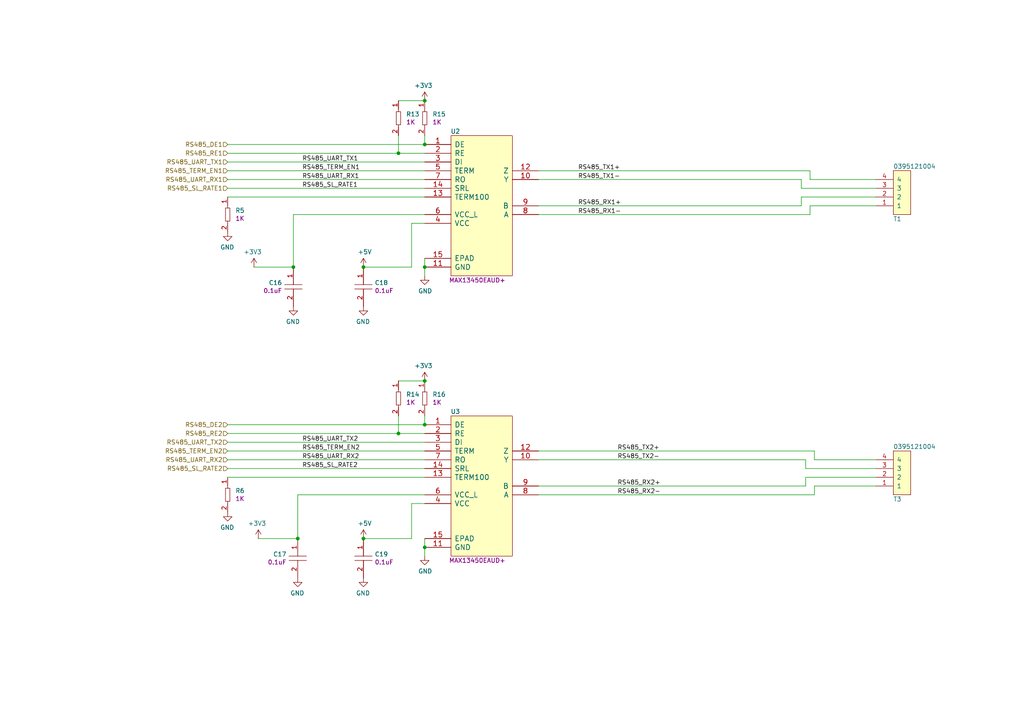
<source format=kicad_sch>
(kicad_sch (version 20231120) (generator "eeschema") (generator_version "8.0")
  (paper "A4")
  (lib_symbols
    (symbol "AVR-KiCAD-Lib-Capacitors:C0402C104K9PACTU" (pin_names (offset 1.016))
      (property "Reference" "C" (at -2.54 2.54 0))
      (property "_Value_" "0.1uF" (at 58.42 63.5 0))
      (symbol "C0402C104K9PACTU_1_1"
        (polyline (pts (xy 0 2.54) (xy 0 -2.54)))
        (polyline (pts (xy 1.27 2.54) (xy 1.27 -2.54)))
        (pin input line (at -5.08 0 0) (length 5.08) (name "~") (number "1"))
        (pin input line (at 6.35 0 180) (length 5.08) (name "~") (number "2"))
      )
    )
    (symbol "AVR-KiCAD-Lib-Capacitors:CGA3E2X7R1H104K080AA" (pin_names (offset 1.016))
      (property "Reference" "C" (at -2.54 2.54 0))
      (property "_Value_" "0.1uF" (at 58.42 63.5 0))
      (symbol "CGA3E2X7R1H104K080AA_1_1"
        (polyline (pts (xy 0 2.54) (xy 0 -2.54)))
        (polyline (pts (xy 1.27 2.54) (xy 1.27 -2.54)))
        (pin input line (at -5.08 0 0) (length 5.08) (name "~") (number "1"))
        (pin input line (at 6.35 0 180) (length 5.08) (name "~") (number "2"))
      )
    )
    (symbol "AVR-KiCAD-Lib-Connectors:0395121004" (pin_names (offset 1.016))
      (property "Reference" "J" (at -2.54 2.54 0))
      (property "Value" "0395121004" (at 1.27 5.08 0))
      (symbol "0395121004_0_1"
        (rectangle (start 0 2.54) (end 5.08 -10.16) (fill (type background)))
      )
      (symbol "0395121004_1_1"
        (pin passive line (at -5.08 0 0) (length 5.08) (name "1") (number "1"))
        (pin passive line (at -5.08 -2.54 0) (length 5.08) (name "2") (number "2"))
        (pin passive line (at -5.08 -5.08 0) (length 5.08) (name "3") (number "3"))
        (pin passive line (at -5.08 -7.62 0) (length 5.08) (name "4") (number "4"))
      )
    )
    (symbol "AVR-KiCAD-Lib-ICs:MAX13450EAUD+" (pin_names (offset 1.016))
      (property "Reference" "U" (at 0 1.27 0))
      (property "_Value_" "MAX13450EAUD+" (at 7.62 -41.91 0))
      (symbol "MAX13450EAUD+_0_1"
        (rectangle (start 0 0) (end 17.78 -40.64) (fill (type background)))
      )
      (symbol "MAX13450EAUD+_1_1"
        (pin input line (at -7.62 -2.54 0) (length 7.62) (name "DE") (number "1"))
        (pin output line (at 25.4 -12.7 180) (length 7.62) (name "Y") (number "10"))
        (pin passive line (at -7.62 -38.1 0) (length 7.62) (name "GND") (number "11"))
        (pin output line (at 25.4 -10.16 180) (length 7.62) (name "Z") (number "12"))
        (pin input line (at -7.62 -17.78 0) (length 7.62) (name "TERM100") (number "13"))
        (pin input line (at -7.62 -15.24 0) (length 7.62) (name "SRL") (number "14"))
        (pin passive line (at -7.62 -35.56 0) (length 7.62) (name "EPAD") (number "15"))
        (pin input line (at -7.62 -5.08 0) (length 7.62) (name "RE") (number "2"))
        (pin input line (at -7.62 -7.62 0) (length 7.62) (name "DI") (number "3"))
        (pin power_in line (at -7.62 -25.4 0) (length 7.62) (name "VCC") (number "4"))
        (pin input line (at -7.62 -10.16 0) (length 7.62) (name "TERM") (number "5"))
        (pin power_in line (at -7.62 -22.86 0) (length 7.62) (name "VCC_L") (number "6"))
        (pin output line (at -7.62 -12.7 0) (length 7.62) (name "RO") (number "7"))
        (pin input line (at 25.4 -22.86 180) (length 7.62) (name "A") (number "8"))
        (pin input line (at 25.4 -20.32 180) (length 7.62) (name "B") (number "9"))
      )
    )
    (symbol "AVR-KiCAD-Lib-Resistors:RC0402FR-071KL" (pin_names (offset 1.016))
      (property "Reference" "R" (at -2.54 2.54 0))
      (property "Value" "RC0402FR-071KL" (at 1.27 5.08 0))
      (property "_Value_" "1K" (at 58.42 63.5 0))
      (symbol "RC0402FR-071KL_0_1"
        (rectangle (start -1.905 0.635) (end 1.905 -0.635))
        (polyline (pts (xy -2.54 0) (xy -1.905 0)))
        (polyline (pts (xy -1.905 0) (xy -1.905 0)))
        (polyline (pts (xy 1.905 0) (xy 1.905 0)))
        (polyline (pts (xy 2.54 0) (xy 1.905 0)))
      )
      (symbol "RC0402FR-071KL_1_1"
        (pin passive line (at -5.08 0 0) (length 2.5146) (name "~") (number "1"))
        (pin passive line (at 5.08 0 180) (length 2.5146) (name "~") (number "2"))
      )
    )
    (symbol "agricoltura-madre-rpi4-hat-rescue:+3V3-power" (power) (pin_names (offset 0))
      (property "Value" "power_+3V3" (at 0 3.556 0))
      (symbol "+3V3-power_0_1"
        (polyline (pts (xy -0.762 1.27) (xy 0 2.54)))
        (polyline (pts (xy 0 0) (xy 0 2.54)))
        (polyline (pts (xy 0 2.54) (xy 0.762 1.27)))
      )
      (symbol "+3V3-power_1_1"
        (pin power_in line (at 0 0 90) (length 0) hide (name "+3V3") (number "1"))
      )
    )
    (symbol "agricoltura-madre-rpi4-hat-rescue:+5V-power" (power) (pin_names (offset 0))
      (property "Value" "power_+5V" (at 0 3.556 0))
      (symbol "+5V-power_0_1"
        (polyline (pts (xy -0.762 1.27) (xy 0 2.54)))
        (polyline (pts (xy 0 0) (xy 0 2.54)))
        (polyline (pts (xy 0 2.54) (xy 0.762 1.27)))
      )
      (symbol "+5V-power_1_1"
        (pin power_in line (at 0 0 90) (length 0) hide (name "+5V") (number "1"))
      )
    )
    (symbol "agricoltura-madre-rpi4-hat-rescue:GND-power" (power) (pin_names (offset 0))
      (property "Value" "power_GND" (at 0 -3.81 0))
      (symbol "GND-power_0_1"
        (polyline (pts (xy 0 0) (xy 0 -1.27) (xy 1.27 -1.27) (xy 0 -2.54) (xy -1.27 -1.27) (xy 0 -1.27)))
      )
      (symbol "GND-power_1_1"
        (pin power_in line (at 0 0 270) (length 0) hide (name "GND") (number "1"))
      )
    )
  )
  (junction (at 123.19 29.21))
  (junction (at 123.19 110.49))
  (junction (at 86.36 156.21))
  (junction (at 115.57 125.73))
  (junction (at 123.19 158.75))
  (junction (at 123.19 77.47))
  (junction (at 105.41 156.21))
  (junction (at 123.19 123.19))
  (junction (at 105.41 77.47))
  (junction (at 115.57 44.45))
  (junction (at 85.09 77.47))
  (junction (at 123.19 41.91))
  (wire (pts (xy 254 140.97) (xy 236.22 140.97)))
  (wire (pts (xy 119.38 146.05) (xy 119.38 156.21)))
  (wire (pts (xy 115.57 110.49) (xy 123.19 110.49)))
  (wire (pts (xy 66.04 128.27) (xy 123.19 128.27)))
  (wire (pts (xy 236.22 140.97) (xy 236.22 143.51)))
  (wire (pts (xy 234.95 49.53) (xy 234.95 52.07)))
  (wire (pts (xy 233.68 138.43) (xy 254 138.43)))
  (wire (pts (xy 115.57 44.45) (xy 66.04 44.45)))
  (wire (pts (xy 123.19 54.61) (xy 66.04 54.61)))
  (wire (pts (xy 234.95 59.69) (xy 234.95 62.23)))
  (wire (pts (xy 85.09 77.47) (xy 73.66 77.47)))
  (wire (pts (xy 234.95 52.07) (xy 254 52.07)))
  (wire (pts (xy 156.21 130.81) (xy 236.22 130.81)))
  (wire (pts (xy 123.19 125.73) (xy 115.57 125.73)))
  (wire (pts (xy 66.04 133.35) (xy 123.19 133.35)))
  (wire (pts (xy 74.93 156.21) (xy 86.36 156.21)))
  (wire (pts (xy 115.57 120.65) (xy 115.57 125.73)))
  (wire (pts (xy 85.09 62.23) (xy 123.19 62.23)))
  (wire (pts (xy 123.19 130.81) (xy 66.04 130.81)))
  (wire (pts (xy 156.21 49.53) (xy 234.95 49.53)))
  (wire (pts (xy 123.19 57.15) (xy 66.04 57.15)))
  (wire (pts (xy 123.19 146.05) (xy 119.38 146.05)))
  (wire (pts (xy 232.41 59.69) (xy 232.41 57.15)))
  (wire (pts (xy 119.38 77.47) (xy 105.41 77.47)))
  (wire (pts (xy 233.68 133.35) (xy 233.68 135.89)))
  (wire (pts (xy 236.22 130.81) (xy 236.22 133.35)))
  (wire (pts (xy 123.19 41.91) (xy 123.19 39.37)))
  (wire (pts (xy 123.19 77.47) (xy 123.19 80.01)))
  (wire (pts (xy 123.19 74.93) (xy 123.19 77.47)))
  (wire (pts (xy 123.19 44.45) (xy 115.57 44.45)))
  (wire (pts (xy 232.41 54.61) (xy 232.41 52.07)))
  (wire (pts (xy 123.19 123.19) (xy 66.04 123.19)))
  (wire (pts (xy 233.68 135.89) (xy 254 135.89)))
  (wire (pts (xy 123.19 143.51) (xy 86.36 143.51)))
  (wire (pts (xy 85.09 62.23) (xy 85.09 77.47)))
  (wire (pts (xy 156.21 140.97) (xy 233.68 140.97)))
  (wire (pts (xy 156.21 143.51) (xy 236.22 143.51)))
  (wire (pts (xy 123.19 52.07) (xy 66.04 52.07)))
  (wire (pts (xy 86.36 143.51) (xy 86.36 156.21)))
  (wire (pts (xy 233.68 140.97) (xy 233.68 138.43)))
  (wire (pts (xy 156.21 133.35) (xy 233.68 133.35)))
  (wire (pts (xy 115.57 125.73) (xy 66.04 125.73)))
  (wire (pts (xy 254 59.69) (xy 234.95 59.69)))
  (wire (pts (xy 123.19 49.53) (xy 66.04 49.53)))
  (wire (pts (xy 123.19 123.19) (xy 123.19 120.65)))
  (wire (pts (xy 123.19 156.21) (xy 123.19 158.75)))
  (wire (pts (xy 236.22 133.35) (xy 254 133.35)))
  (wire (pts (xy 123.19 46.99) (xy 66.04 46.99)))
  (wire (pts (xy 119.38 64.77) (xy 119.38 77.47)))
  (wire (pts (xy 123.19 138.43) (xy 66.04 138.43)))
  (wire (pts (xy 232.41 52.07) (xy 156.21 52.07)))
  (wire (pts (xy 232.41 57.15) (xy 254 57.15)))
  (wire (pts (xy 232.41 59.69) (xy 156.21 59.69)))
  (wire (pts (xy 119.38 156.21) (xy 105.41 156.21)))
  (wire (pts (xy 123.19 158.75) (xy 123.19 161.29)))
  (wire (pts (xy 123.19 135.89) (xy 66.04 135.89)))
  (wire (pts (xy 115.57 29.21) (xy 123.19 29.21)))
  (wire (pts (xy 123.19 64.77) (xy 119.38 64.77)))
  (wire (pts (xy 156.21 62.23) (xy 234.95 62.23)))
  (wire (pts (xy 123.19 41.91) (xy 66.04 41.91)))
  (wire (pts (xy 254 54.61) (xy 232.41 54.61)))
  (wire (pts (xy 115.57 39.37) (xy 115.57 44.45)))
  (label "RS485_RX2+" (at 179.07 140.97 0))
  (label "RS485_RX1-" (at 167.64 62.23 0))
  (label "RS485_SL_RATE2" (at 87.63 135.89 0))
  (label "RS485_UART_RX2" (at 87.63 133.35 0))
  (label "RS485_RX1+" (at 167.64 59.69 0))
  (label "RS485_TX2+" (at 179.07 130.81 0))
  (label "RS485_TERM_EN1" (at 87.63 49.53 0))
  (label "RS485_UART_TX1" (at 87.63 46.99 0))
  (label "RS485_UART_RX1" (at 87.63 52.07 0))
  (label "RS485_SL_RATE1" (at 87.63 54.61 0))
  (label "RS485_TX2-" (at 179.07 133.35 0))
  (label "RS485_TERM_EN2" (at 87.63 130.81 0))
  (label "RS485_UART_TX2" (at 87.63 128.27 0))
  (label "RS485_TX1-" (at 167.64 52.07 0))
  (label "RS485_TX1+" (at 167.64 49.53 0))
  (label "RS485_RX2-" (at 179.07 143.51 0))
  (hierarchical_label "RS485_RE1" (shape input) (at 66.04 44.45 180))
  (hierarchical_label "RS485_SL_RATE1" (shape input) (at 66.04 54.61 180))
  (hierarchical_label "RS485_RE2" (shape input) (at 66.04 125.73 180))
  (hierarchical_label "RS485_DE2" (shape input) (at 66.04 123.19 180))
  (hierarchical_label "RS485_DE1" (shape input) (at 66.04 41.91 180))
  (hierarchical_label "RS485_UART_RX1" (shape input) (at 66.04 52.07 180))
  (hierarchical_label "RS485_UART_TX2" (shape input) (at 66.04 128.27 180))
  (hierarchical_label "RS485_SL_RATE2" (shape input) (at 66.04 135.89 180))
  (hierarchical_label "RS485_UART_TX1" (shape input) (at 66.04 46.99 180))
  (hierarchical_label "RS485_UART_RX2" (shape input) (at 66.04 133.35 180))
  (hierarchical_label "RS485_TERM_EN2" (shape input) (at 66.04 130.81 180))
  (hierarchical_label "RS485_TERM_EN1" (shape input) (at 66.04 49.53 180))
  (symbol (lib_id "AVR-KiCAD-Lib-ICs:MAX13450EAUD+") (at 130.81 39.37 0) (unit 1)
    (property "Reference" "U2" (at 132.08 38.1 0))
    (property "Value" "MAX13450EAUD+" (effects (hide yes)))
    (property "Footprint" "AVR-KiCAD-Lib-ICs:MAX13450EAUD&plus_" (effects (hide yes)))
    (property "Datasheet" "https://datasheets.maximintegrated.com/en/ds/MAX13450E-MAX13451E.pdf" (effects (hide yes)))
    (property "Cost QTY: 1" "3.39000" (effects (hide yes)))
    (property "Cost QTY: 1000" "*" (effects (hide yes)))
    (property "Cost QTY: 2500" "2.57839" (effects (hide yes)))
    (property "Cost QTY: 5000" "*" (effects (hide yes)))
    (property "Cost QTY: 10000" "*" (effects (hide yes)))
    (property "MFR" "Maxim Integrated" (effects (hide yes)))
    (property "MFR#" "MAX13450EAUD+" (effects (hide yes)))
    (property "Vendor" "Digikey" (effects (hide yes)))
    (property "Vendor #" "MAX13450EAUD+-ND" (effects (hide yes)))
    (property "Designer" "AVR" (effects (hide yes)))
    (property "Height" "1.2mm" (effects (hide yes)))
    (property "Date Created" "6/21/2020" (effects (hide yes)))
    (property "Date Modified" "6/21/2020" (effects (hide yes)))
    (property "Lead-Free ?" "Yes" (effects (hide yes)))
    (property "RoHS Levels" "1" (effects (hide yes)))
    (property "Mounting" "SMT" (effects (hide yes)))
    (property "Pin Count #" "14" (effects (hide yes)))
    (property "Status" "Active" (effects (hide yes)))
    (property "Tolerance" "*" (effects (hide yes)))
    (property "Type" "IC" (effects (hide yes)))
    (property "Voltage" "4.75V ~ 5.25V" (effects (hide yes)))
    (property "Package" "14-TSSOP-EP" (effects (hide yes)))
    (property "Description" "1/1 Transceiver Full RS422, RS485 14-TSSOP-EP" (effects (hide yes)))
    (property "_Value_" "MAX13450EAUD+" (at 138.43 81.28 0))
    (property "Management_ID" "*" (effects (hide yes)))
  )
  (symbol (lib_id "AVR-KiCAD-Lib-ICs:MAX13450EAUD+") (at 130.81 120.65 0) (unit 1)
    (property "Reference" "U3" (at 132.08 119.38 0))
    (property "Value" "MAX13450EAUD+" (effects (hide yes)))
    (property "Footprint" "AVR-KiCAD-Lib-ICs:MAX13450EAUD&plus_" (effects (hide yes)))
    (property "Datasheet" "https://datasheets.maximintegrated.com/en/ds/MAX13450E-MAX13451E.pdf" (effects (hide yes)))
    (property "Cost QTY: 1" "3.39000" (effects (hide yes)))
    (property "Cost QTY: 1000" "*" (effects (hide yes)))
    (property "Cost QTY: 2500" "2.57839" (effects (hide yes)))
    (property "Cost QTY: 5000" "*" (effects (hide yes)))
    (property "Cost QTY: 10000" "*" (effects (hide yes)))
    (property "MFR" "Maxim Integrated" (effects (hide yes)))
    (property "MFR#" "MAX13450EAUD+" (effects (hide yes)))
    (property "Vendor" "Digikey" (effects (hide yes)))
    (property "Vendor #" "MAX13450EAUD+-ND" (effects (hide yes)))
    (property "Designer" "AVR" (effects (hide yes)))
    (property "Height" "1.2mm" (effects (hide yes)))
    (property "Date Created" "6/21/2020" (effects (hide yes)))
    (property "Date Modified" "6/21/2020" (effects (hide yes)))
    (property "Lead-Free ?" "Yes" (effects (hide yes)))
    (property "RoHS Levels" "1" (effects (hide yes)))
    (property "Mounting" "SMT" (effects (hide yes)))
    (property "Pin Count #" "14" (effects (hide yes)))
    (property "Status" "Active" (effects (hide yes)))
    (property "Tolerance" "*" (effects (hide yes)))
    (property "Type" "IC" (effects (hide yes)))
    (property "Voltage" "4.75V ~ 5.25V" (effects (hide yes)))
    (property "Package" "14-TSSOP-EP" (effects (hide yes)))
    (property "Description" "1/1 Transceiver Full RS422, RS485 14-TSSOP-EP" (effects (hide yes)))
    (property "_Value_" "MAX13450EAUD+" (at 138.43 162.56 0))
    (property "Management_ID" "*" (effects (hide yes)))
  )
  (symbol (lib_id "agricoltura-madre-rpi4-hat-rescue:GND-power") (at 123.19 80.01 0) (unit 1)
    (property "Reference" "#PWR045" (effects (hide yes)))
    (property "Value" "GND" (at 123.317 84.4042 0))
  )
  (symbol (lib_id "agricoltura-madre-rpi4-hat-rescue:+5V-power") (at 105.41 156.21 0) (unit 1)
    (property "Reference" "#PWR042" (effects (hide yes)))
    (property "Value" "+5V" (at 105.791 151.8158 0))
  )
  (symbol (lib_id "AVR-KiCAD-Lib-Capacitors:CGA3E2X7R1H104K080AA") (at 105.41 161.29 270) (unit 1)
    (property "Reference" "C19" (at 108.6612 160.7566 90) (effects (justify left)))
    (property "Value" "CGA3E2X7R1H104K080AA" (effects (hide yes)))
    (property "Footprint" "AVR-KiCAD-Lib-Capacitors:C0603" (effects (hide yes)))
    (property "Datasheet" "https://product.tdk.com/info/en/catalog/datasheets/mlcc_automotive_general_en.pdf" (effects (hide yes)))
    (property "Cost QTY: 1" "0.11000" (effects (hide yes)))
    (property "Cost QTY: 1000" "0.01972" (effects (hide yes)))
    (property "Cost QTY: 2500" "*" (effects (hide yes)))
    (property "Cost QTY: 5000" "*" (effects (hide yes)))
    (property "Cost QTY: 10000" "*" (effects (hide yes)))
    (property "MFR" "TDK Corporation" (effects (hide yes)))
    (property "MFR#" "CGA3E2X7R1H104K080AA" (effects (hide yes)))
    (property "Vendor" "Digikey" (effects (hide yes)))
    (property "Vendor #" "445-5666-1-ND" (effects (hide yes)))
    (property "Designer" "AVR" (effects (hide yes)))
    (property "Height" "0.9mm" (effects (hide yes)))
    (property "Date Created" "6/17/2020" (effects (hide yes)))
    (property "Date Modified" "6/17/2020" (effects (hide yes)))
    (property "Lead-Free ?" "Yes" (effects (hide yes)))
    (property "RoHS Levels" "1" (effects (hide yes)))
    (property "Mounting" "SMT" (effects (hide yes)))
    (property "Pin Count #" "2" (effects (hide yes)))
    (property "Status" "Active" (effects (hide yes)))
    (property "Tolerance" "10%" (effects (hide yes)))
    (property "Type" "Capacitor" (effects (hide yes)))
    (property "Voltage" "50V" (effects (hide yes)))
    (property "Package" "0603" (effects (hide yes)))
    (property "Description" "0.1µF ±10% 50V Ceramic Capacitor X7R 0603 (1608 Metric)" (effects (hide yes)))
    (property "_Value_" "0.1uF" (at 108.6612 163.068 90) (effects (justify left)))
    (property "Management_ID" "*" (effects (hide yes)))
  )
  (symbol (lib_id "agricoltura-madre-rpi4-hat-rescue:GND-power") (at 105.41 167.64 0) (mirror y) (unit 1)
    (property "Reference" "#PWR043" (effects (hide yes)))
    (property "Value" "GND" (at 105.283 172.0342 0))
  )
  (symbol (lib_id "agricoltura-madre-rpi4-hat-rescue:+5V-power") (at 105.41 77.47 0) (unit 1)
    (property "Reference" "#PWR024" (effects (hide yes)))
    (property "Value" "+5V" (at 105.791 73.0758 0))
  )
  (symbol (lib_id "AVR-KiCAD-Lib-Capacitors:CGA3E2X7R1H104K080AA") (at 105.41 82.55 270) (unit 1)
    (property "Reference" "C18" (at 108.6612 82.0166 90) (effects (justify left)))
    (property "Value" "CGA3E2X7R1H104K080AA" (effects (hide yes)))
    (property "Footprint" "AVR-KiCAD-Lib-Capacitors:C0603" (effects (hide yes)))
    (property "Datasheet" "https://product.tdk.com/info/en/catalog/datasheets/mlcc_automotive_general_en.pdf" (effects (hide yes)))
    (property "Cost QTY: 1" "0.11000" (effects (hide yes)))
    (property "Cost QTY: 1000" "0.01972" (effects (hide yes)))
    (property "Cost QTY: 2500" "*" (effects (hide yes)))
    (property "Cost QTY: 5000" "*" (effects (hide yes)))
    (property "Cost QTY: 10000" "*" (effects (hide yes)))
    (property "MFR" "TDK Corporation" (effects (hide yes)))
    (property "MFR#" "CGA3E2X7R1H104K080AA" (effects (hide yes)))
    (property "Vendor" "Digikey" (effects (hide yes)))
    (property "Vendor #" "445-5666-1-ND" (effects (hide yes)))
    (property "Designer" "AVR" (effects (hide yes)))
    (property "Height" "0.9mm" (effects (hide yes)))
    (property "Date Created" "6/17/2020" (effects (hide yes)))
    (property "Date Modified" "6/17/2020" (effects (hide yes)))
    (property "Lead-Free ?" "Yes" (effects (hide yes)))
    (property "RoHS Levels" "1" (effects (hide yes)))
    (property "Mounting" "SMT" (effects (hide yes)))
    (property "Pin Count #" "2" (effects (hide yes)))
    (property "Status" "Active" (effects (hide yes)))
    (property "Tolerance" "10%" (effects (hide yes)))
    (property "Type" "Capacitor" (effects (hide yes)))
    (property "Voltage" "50V" (effects (hide yes)))
    (property "Package" "0603" (effects (hide yes)))
    (property "Description" "0.1µF ±10% 50V Ceramic Capacitor X7R 0603 (1608 Metric)" (effects (hide yes)))
    (property "_Value_" "0.1uF" (at 108.6612 84.328 90) (effects (justify left)))
    (property "Management_ID" "*" (effects (hide yes)))
  )
  (symbol (lib_id "agricoltura-madre-rpi4-hat-rescue:GND-power") (at 105.41 88.9 0) (mirror y) (unit 1)
    (property "Reference" "#PWR025" (effects (hide yes)))
    (property "Value" "GND" (at 105.283 93.2942 0))
  )
  (symbol (lib_id "AVR-KiCAD-Lib-Resistors:RC0402FR-071KL") (at 123.19 115.57 270) (unit 1)
    (property "Reference" "R16" (at 125.3998 114.4016 90) (effects (justify left)))
    (property "Value" "RC0402FR-071KL" (effects (hide yes)))
    (property "Footprint" "AVR-KiCAD-Lib-Resistors:R0402" (effects (hide yes)))
    (property "Datasheet" "https://www.yageo.com/upload/media/product/productsearch/datasheet/rchip/PYu-RC_Group_51_RoHS_L_10.pdf" (effects (hide yes)))
    (property "Cost QTY: 1" "0.10000" (effects (hide yes)))
    (property "Cost QTY: 1000" "0.00289" (effects (hide yes)))
    (property "Cost QTY: 2500" "0.00251" (effects (hide yes)))
    (property "Cost QTY: 5000" "0.00207" (effects (hide yes)))
    (property "Cost QTY: 10000" "0.00163" (effects (hide yes)))
    (property "MFR" "Yageo" (effects (hide yes)))
    (property "MFR#" "RC0402FR-071KL" (effects (hide yes)))
    (property "Vendor" "Digikey" (effects (hide yes)))
    (property "Vendor #" "311-1.00KLRTR-ND" (effects (hide yes)))
    (property "Designer" "AVR" (effects (hide yes)))
    (property "Height" "0.4mm" (effects (hide yes)))
    (property "Date Created" "12/11/2019" (effects (hide yes)))
    (property "Date Modified" "12/11/2019" (effects (hide yes)))
    (property "Lead-Free ?" "Yes" (effects (hide yes)))
    (property "RoHS Levels" "1" (effects (hide yes)))
    (property "Mounting" "SMT" (effects (hide yes)))
    (property "Pin Count #" "2" (effects (hide yes)))
    (property "Status" "Active" (effects (hide yes)))
    (property "Tolerance" "1%" (effects (hide yes)))
    (property "Type" "Thick Film Resistor" (effects (hide yes)))
    (property "Voltage" "*" (effects (hide yes)))
    (property "Package" "0402" (effects (hide yes)))
    (property "_Value_" "1K" (at 125.3998 116.713 90) (effects (justify left)))
    (property "Management_ID" "*" (effects (hide yes)))
    (property "Description" " kOhms ±1% 0.063W, 1/16W Chip Resistor 0402 (1005 Metric) Moisture Resistant Thick Film" (effects (hide yes)))
  )
  (symbol (lib_id "AVR-KiCAD-Lib-Resistors:RC0402FR-071KL") (at 123.19 34.29 270) (unit 1)
    (property "Reference" "R15" (at 125.3998 33.1216 90) (effects (justify left)))
    (property "Value" "RC0402FR-071KL" (effects (hide yes)))
    (property "Footprint" "AVR-KiCAD-Lib-Resistors:R0402" (effects (hide yes)))
    (property "Datasheet" "https://www.yageo.com/upload/media/product/productsearch/datasheet/rchip/PYu-RC_Group_51_RoHS_L_10.pdf" (effects (hide yes)))
    (property "Cost QTY: 1" "0.10000" (effects (hide yes)))
    (property "Cost QTY: 1000" "0.00289" (effects (hide yes)))
    (property "Cost QTY: 2500" "0.00251" (effects (hide yes)))
    (property "Cost QTY: 5000" "0.00207" (effects (hide yes)))
    (property "Cost QTY: 10000" "0.00163" (effects (hide yes)))
    (property "MFR" "Yageo" (effects (hide yes)))
    (property "MFR#" "RC0402FR-071KL" (effects (hide yes)))
    (property "Vendor" "Digikey" (effects (hide yes)))
    (property "Vendor #" "311-1.00KLRTR-ND" (effects (hide yes)))
    (property "Designer" "AVR" (effects (hide yes)))
    (property "Height" "0.4mm" (effects (hide yes)))
    (property "Date Created" "12/11/2019" (effects (hide yes)))
    (property "Date Modified" "12/11/2019" (effects (hide yes)))
    (property "Lead-Free ?" "Yes" (effects (hide yes)))
    (property "RoHS Levels" "1" (effects (hide yes)))
    (property "Mounting" "SMT" (effects (hide yes)))
    (property "Pin Count #" "2" (effects (hide yes)))
    (property "Status" "Active" (effects (hide yes)))
    (property "Tolerance" "1%" (effects (hide yes)))
    (property "Type" "Thick Film Resistor" (effects (hide yes)))
    (property "Voltage" "*" (effects (hide yes)))
    (property "Package" "0402" (effects (hide yes)))
    (property "_Value_" "1K" (at 125.3998 35.433 90) (effects (justify left)))
    (property "Management_ID" "*" (effects (hide yes)))
    (property "Description" " kOhms ±1% 0.063W, 1/16W Chip Resistor 0402 (1005 Metric) Moisture Resistant Thick Film" (effects (hide yes)))
  )
  (symbol (lib_id "agricoltura-madre-rpi4-hat-rescue:+3V3-power") (at 123.19 29.21 0) (mirror y) (unit 1)
    (property "Reference" "#PWR044" (effects (hide yes)))
    (property "Value" "+3V3" (at 122.809 24.8158 0))
  )
  (symbol (lib_id "agricoltura-madre-rpi4-hat-rescue:+3V3-power") (at 123.19 110.49 0) (mirror y) (unit 1)
    (property "Reference" "#PWR046" (effects (hide yes)))
    (property "Value" "+3V3" (at 122.809 106.0958 0))
  )
  (symbol (lib_id "AVR-KiCAD-Lib-Resistors:RC0402FR-071KL") (at 115.57 115.57 270) (unit 1)
    (property "Reference" "R14" (at 117.7798 114.4016 90) (effects (justify left)))
    (property "Value" "RC0402FR-071KL" (effects (hide yes)))
    (property "Footprint" "AVR-KiCAD-Lib-Resistors:R0402" (effects (hide yes)))
    (property "Datasheet" "https://www.yageo.com/upload/media/product/productsearch/datasheet/rchip/PYu-RC_Group_51_RoHS_L_10.pdf" (effects (hide yes)))
    (property "Cost QTY: 1" "0.10000" (effects (hide yes)))
    (property "Cost QTY: 1000" "0.00289" (effects (hide yes)))
    (property "Cost QTY: 2500" "0.00251" (effects (hide yes)))
    (property "Cost QTY: 5000" "0.00207" (effects (hide yes)))
    (property "Cost QTY: 10000" "0.00163" (effects (hide yes)))
    (property "MFR" "Yageo" (effects (hide yes)))
    (property "MFR#" "RC0402FR-071KL" (effects (hide yes)))
    (property "Vendor" "Digikey" (effects (hide yes)))
    (property "Vendor #" "311-1.00KLRTR-ND" (effects (hide yes)))
    (property "Designer" "AVR" (effects (hide yes)))
    (property "Height" "0.4mm" (effects (hide yes)))
    (property "Date Created" "12/11/2019" (effects (hide yes)))
    (property "Date Modified" "12/11/2019" (effects (hide yes)))
    (property "Lead-Free ?" "Yes" (effects (hide yes)))
    (property "RoHS Levels" "1" (effects (hide yes)))
    (property "Mounting" "SMT" (effects (hide yes)))
    (property "Pin Count #" "2" (effects (hide yes)))
    (property "Status" "Active" (effects (hide yes)))
    (property "Tolerance" "1%" (effects (hide yes)))
    (property "Type" "Thick Film Resistor" (effects (hide yes)))
    (property "Voltage" "*" (effects (hide yes)))
    (property "Package" "0402" (effects (hide yes)))
    (property "_Value_" "1K" (at 117.7798 116.713 90) (effects (justify left)))
    (property "Management_ID" "*" (effects (hide yes)))
    (property "Description" " kOhms ±1% 0.063W, 1/16W Chip Resistor 0402 (1005 Metric) Moisture Resistant Thick Film" (effects (hide yes)))
  )
  (symbol (lib_id "AVR-KiCAD-Lib-Capacitors:C0402C104K9PACTU") (at 85.09 82.55 90) (mirror x) (unit 1)
    (property "Reference" "C16" (at 81.8388 82.0166 90) (effects (justify left)))
    (property "Value" "C0402C104K9PACTU" (effects (hide yes)))
    (property "Footprint" "AVR-KiCAD-Lib-Resistors:R0402" (effects (hide yes)))
    (property "Datasheet" "https://content.kemet.com/datasheets/KEM_C1006_X5R_SMD.pdf" (effects (hide yes)))
    (property "Cost QTY: 1" "0.10000" (effects (hide yes)))
    (property "Cost QTY: 1000" "0.01139" (effects (hide yes)))
    (property "Cost QTY: 2500" "0.01035" (effects (hide yes)))
    (property "Cost QTY: 5000" "0.00952" (effects (hide yes)))
    (property "Cost QTY: 10000" "0.00756" (effects (hide yes)))
    (property "MFR" "KEMET" (effects (hide yes)))
    (property "MFR#" "C0402C104K9PACTU" (effects (hide yes)))
    (property "Vendor" "Digikey" (effects (hide yes)))
    (property "Vendor #" "399-3026-6-ND" (effects (hide yes)))
    (property "Designer" "AVR" (effects (hide yes)))
    (property "Height" "0.55mm" (effects (hide yes)))
    (property "Date Created" "12/7/2019" (effects (hide yes)))
    (property "Date Modified" "12/7/2019" (effects (hide yes)))
    (property "Lead-Free ?" "Yes" (effects (hide yes)))
    (property "RoHS Levels" "1" (effects (hide yes)))
    (property "Mounting" "SMT" (effects (hide yes)))
    (property "Pin Count #" "2" (effects (hide yes)))
    (property "Status" "Active" (effects (hide yes)))
    (property "Tolerance" "10%" (effects (hide yes)))
    (property "Type" "Ceramic Cap" (effects (hide yes)))
    (property "Voltage" "6.3V" (effects (hide yes)))
    (property "Package" "0402" (effects (hide yes)))
    (property "Description" "0.1µF ±10% 6.3V Ceramic Capacitor X5R 0402 (1005 Metric)" (effects (hide yes)))
    (property "_Value_" "0.1uF" (at 81.8388 84.328 90) (effects (justify left)))
    (property "Management_ID" "*" (effects (hide yes)))
  )
  (symbol (lib_id "agricoltura-madre-rpi4-hat-rescue:GND-power") (at 85.09 88.9 0) (mirror y) (unit 1)
    (property "Reference" "#PWR022" (effects (hide yes)))
    (property "Value" "GND" (at 84.963 93.2942 0))
  )
  (symbol (lib_id "agricoltura-madre-rpi4-hat-rescue:+3V3-power") (at 73.66 77.47 0) (mirror y) (unit 1)
    (property "Reference" "#PWR020" (effects (hide yes)))
    (property "Value" "+3V3" (at 73.279 73.0758 0))
  )
  (symbol (lib_id "AVR-KiCAD-Lib-Resistors:RC0402FR-071KL") (at 66.04 143.51 270) (unit 1)
    (property "Reference" "R6" (at 68.2498 142.3416 90) (effects (justify left)))
    (property "Value" "RC0402FR-071KL" (effects (hide yes)))
    (property "Footprint" "AVR-KiCAD-Lib-Resistors:R0402" (effects (hide yes)))
    (property "Datasheet" "https://www.yageo.com/upload/media/product/productsearch/datasheet/rchip/PYu-RC_Group_51_RoHS_L_10.pdf" (effects (hide yes)))
    (property "Cost QTY: 1" "0.10000" (effects (hide yes)))
    (property "Cost QTY: 1000" "0.00289" (effects (hide yes)))
    (property "Cost QTY: 2500" "0.00251" (effects (hide yes)))
    (property "Cost QTY: 5000" "0.00207" (effects (hide yes)))
    (property "Cost QTY: 10000" "0.00163" (effects (hide yes)))
    (property "MFR" "Yageo" (effects (hide yes)))
    (property "MFR#" "RC0402FR-071KL" (effects (hide yes)))
    (property "Vendor" "Digikey" (effects (hide yes)))
    (property "Vendor #" "311-1.00KLRTR-ND" (effects (hide yes)))
    (property "Designer" "AVR" (effects (hide yes)))
    (property "Height" "0.4mm" (effects (hide yes)))
    (property "Date Created" "12/11/2019" (effects (hide yes)))
    (property "Date Modified" "12/11/2019" (effects (hide yes)))
    (property "Lead-Free ?" "Yes" (effects (hide yes)))
    (property "RoHS Levels" "1" (effects (hide yes)))
    (property "Mounting" "SMT" (effects (hide yes)))
    (property "Pin Count #" "2" (effects (hide yes)))
    (property "Status" "Active" (effects (hide yes)))
    (property "Tolerance" "1%" (effects (hide yes)))
    (property "Type" "Thick Film Resistor" (effects (hide yes)))
    (property "Voltage" "*" (effects (hide yes)))
    (property "Package" "0402" (effects (hide yes)))
    (property "_Value_" "1K" (at 68.2498 144.653 90) (effects (justify left)))
    (property "Management_ID" "*" (effects (hide yes)))
    (property "Description" " kOhms ±1% 0.063W, 1/16W Chip Resistor 0402 (1005 Metric) Moisture Resistant Thick Film" (effects (hide yes)))
  )
  (symbol (lib_id "agricoltura-madre-rpi4-hat-rescue:GND-power") (at 66.04 148.59 0) (mirror y) (unit 1)
    (property "Reference" "#PWR019" (effects (hide yes)))
    (property "Value" "GND" (at 65.913 152.9842 0))
  )
  (symbol (lib_id "AVR-KiCAD-Lib-Resistors:RC0402FR-071KL") (at 66.04 62.23 270) (unit 1)
    (property "Reference" "R5" (at 68.2498 61.0616 90) (effects (justify left)))
    (property "Value" "RC0402FR-071KL" (effects (hide yes)))
    (property "Footprint" "AVR-KiCAD-Lib-Resistors:R0402" (effects (hide yes)))
    (property "Datasheet" "https://www.yageo.com/upload/media/product/productsearch/datasheet/rchip/PYu-RC_Group_51_RoHS_L_10.pdf" (effects (hide yes)))
    (property "Cost QTY: 1" "0.10000" (effects (hide yes)))
    (property "Cost QTY: 1000" "0.00289" (effects (hide yes)))
    (property "Cost QTY: 2500" "0.00251" (effects (hide yes)))
    (property "Cost QTY: 5000" "0.00207" (effects (hide yes)))
    (property "Cost QTY: 10000" "0.00163" (effects (hide yes)))
    (property "MFR" "Yageo" (effects (hide yes)))
    (property "MFR#" "RC0402FR-071KL" (effects (hide yes)))
    (property "Vendor" "Digikey" (effects (hide yes)))
    (property "Vendor #" "311-1.00KLRTR-ND" (effects (hide yes)))
    (property "Designer" "AVR" (effects (hide yes)))
    (property "Height" "0.4mm" (effects (hide yes)))
    (property "Date Created" "12/11/2019" (effects (hide yes)))
    (property "Date Modified" "12/11/2019" (effects (hide yes)))
    (property "Lead-Free ?" "Yes" (effects (hide yes)))
    (property "RoHS Levels" "1" (effects (hide yes)))
    (property "Mounting" "SMT" (effects (hide yes)))
    (property "Pin Count #" "2" (effects (hide yes)))
    (property "Status" "Active" (effects (hide yes)))
    (property "Tolerance" "1%" (effects (hide yes)))
    (property "Type" "Thick Film Resistor" (effects (hide yes)))
    (property "Voltage" "*" (effects (hide yes)))
    (property "Package" "0402" (effects (hide yes)))
    (property "_Value_" "1K" (at 68.2498 63.373 90) (effects (justify left)))
    (property "Management_ID" "*" (effects (hide yes)))
    (property "Description" " kOhms ±1% 0.063W, 1/16W Chip Resistor 0402 (1005 Metric) Moisture Resistant Thick Film" (effects (hide yes)))
  )
  (symbol (lib_id "agricoltura-madre-rpi4-hat-rescue:GND-power") (at 66.04 67.31 0) (mirror y) (unit 1)
    (property "Reference" "#PWR018" (effects (hide yes)))
    (property "Value" "GND" (at 65.913 71.7042 0))
  )
  (symbol (lib_id "AVR-KiCAD-Lib-Capacitors:C0402C104K9PACTU") (at 86.36 161.29 90) (mirror x) (unit 1)
    (property "Reference" "C17" (at 83.1088 160.7566 90) (effects (justify left)))
    (property "Value" "C0402C104K9PACTU" (effects (hide yes)))
    (property "Footprint" "AVR-KiCAD-Lib-Resistors:R0402" (effects (hide yes)))
    (property "Datasheet" "https://content.kemet.com/datasheets/KEM_C1006_X5R_SMD.pdf" (effects (hide yes)))
    (property "Cost QTY: 1" "0.10000" (effects (hide yes)))
    (property "Cost QTY: 1000" "0.01139" (effects (hide yes)))
    (property "Cost QTY: 2500" "0.01035" (effects (hide yes)))
    (property "Cost QTY: 5000" "0.00952" (effects (hide yes)))
    (property "Cost QTY: 10000" "0.00756" (effects (hide yes)))
    (property "MFR" "KEMET" (effects (hide yes)))
    (property "MFR#" "C0402C104K9PACTU" (effects (hide yes)))
    (property "Vendor" "Digikey" (effects (hide yes)))
    (property "Vendor #" "399-3026-6-ND" (effects (hide yes)))
    (property "Designer" "AVR" (effects (hide yes)))
    (property "Height" "0.55mm" (effects (hide yes)))
    (property "Date Created" "12/7/2019" (effects (hide yes)))
    (property "Date Modified" "12/7/2019" (effects (hide yes)))
    (property "Lead-Free ?" "Yes" (effects (hide yes)))
    (property "RoHS Levels" "1" (effects (hide yes)))
    (property "Mounting" "SMT" (effects (hide yes)))
    (property "Pin Count #" "2" (effects (hide yes)))
    (property "Status" "Active" (effects (hide yes)))
    (property "Tolerance" "10%" (effects (hide yes)))
    (property "Type" "Ceramic Cap" (effects (hide yes)))
    (property "Voltage" "6.3V" (effects (hide yes)))
    (property "Package" "0402" (effects (hide yes)))
    (property "Description" "0.1µF ±10% 6.3V Ceramic Capacitor X5R 0402 (1005 Metric)" (effects (hide yes)))
    (property "_Value_" "0.1uF" (at 83.1088 163.068 90) (effects (justify left)))
    (property "Management_ID" "*" (effects (hide yes)))
  )
  (symbol (lib_id "agricoltura-madre-rpi4-hat-rescue:GND-power") (at 86.36 167.64 0) (mirror y) (unit 1)
    (property "Reference" "#PWR023" (effects (hide yes)))
    (property "Value" "GND" (at 86.233 172.0342 0))
  )
  (symbol (lib_id "agricoltura-madre-rpi4-hat-rescue:+3V3-power") (at 74.93 156.21 0) (mirror y) (unit 1)
    (property "Reference" "#PWR021" (effects (hide yes)))
    (property "Value" "+3V3" (at 74.549 151.8158 0))
  )
  (symbol (lib_id "agricoltura-madre-rpi4-hat-rescue:GND-power") (at 123.19 161.29 0) (unit 1)
    (property "Reference" "#PWR047" (effects (hide yes)))
    (property "Value" "GND" (at 123.317 165.6842 0))
  )
  (symbol (lib_id "AVR-KiCAD-Lib-Resistors:RC0402FR-071KL") (at 115.57 34.29 270) (unit 1)
    (property "Reference" "R13" (at 117.7798 33.1216 90) (effects (justify left)))
    (property "Value" "RC0402FR-071KL" (effects (hide yes)))
    (property "Footprint" "AVR-KiCAD-Lib-Resistors:R0402" (effects (hide yes)))
    (property "Datasheet" "https://www.yageo.com/upload/media/product/productsearch/datasheet/rchip/PYu-RC_Group_51_RoHS_L_10.pdf" (effects (hide yes)))
    (property "Cost QTY: 1" "0.10000" (effects (hide yes)))
    (property "Cost QTY: 1000" "0.00289" (effects (hide yes)))
    (property "Cost QTY: 2500" "0.00251" (effects (hide yes)))
    (property "Cost QTY: 5000" "0.00207" (effects (hide yes)))
    (property "Cost QTY: 10000" "0.00163" (effects (hide yes)))
    (property "MFR" "Yageo" (effects (hide yes)))
    (property "MFR#" "RC0402FR-071KL" (effects (hide yes)))
    (property "Vendor" "Digikey" (effects (hide yes)))
    (property "Vendor #" "311-1.00KLRTR-ND" (effects (hide yes)))
    (property "Designer" "AVR" (effects (hide yes)))
    (property "Height" "0.4mm" (effects (hide yes)))
    (property "Date Created" "12/11/2019" (effects (hide yes)))
    (property "Date Modified" "12/11/2019" (effects (hide yes)))
    (property "Lead-Free ?" "Yes" (effects (hide yes)))
    (property "RoHS Levels" "1" (effects (hide yes)))
    (property "Mounting" "SMT" (effects (hide yes)))
    (property "Pin Count #" "2" (effects (hide yes)))
    (property "Status" "Active" (effects (hide yes)))
    (property "Tolerance" "1%" (effects (hide yes)))
    (property "Type" "Thick Film Resistor" (effects (hide yes)))
    (property "Voltage" "*" (effects (hide yes)))
    (property "Package" "0402" (effects (hide yes)))
    (property "_Value_" "1K" (at 117.7798 35.433 90) (effects (justify left)))
    (property "Management_ID" "*" (effects (hide yes)))
    (property "Description" " kOhms ±1% 0.063W, 1/16W Chip Resistor 0402 (1005 Metric) Moisture Resistant Thick Film" (effects (hide yes)))
  )
  (symbol (lib_id "AVR-KiCAD-Lib-Connectors:0395121004") (at 259.08 59.69 0) (mirror x) (unit 1)
    (property "Reference" "T1" (at 259.08 63.5 0) (effects (justify left)))
    (property "Value" "0395121004" (at 259.08 48.26 0) (effects (justify left)))
    (property "Footprint" "AVR-KiCAD-Lib-Connectors:0395121004" (effects (hide yes)))
    (property "Datasheet" "https://www.molex.com/pdm_docs/sd/395121002_sd.pdf" (effects (hide yes)))
    (property "Cost QTY: 1" "1.41000" (effects (hide yes)))
    (property "Cost QTY: 1000" "0.59200" (effects (hide yes)))
    (property "Cost QTY: 2500" "*" (effects (hide yes)))
    (property "Cost QTY: 5000" "0.48100" (effects (hide yes)))
    (property "Cost QTY: 10000" "*" (effects (hide yes)))
    (property "MFR" "Molex" (effects (hide yes)))
    (property "MFR#" "0395121004" (effects (hide yes)))
    (property "Vendor" "Digikey" (effects (hide yes)))
    (property "Vendor #" "WM20087-ND" (effects (hide yes)))
    (property "Designer" "AVR" (effects (hide yes)))
    (property "Height" "6.86mm" (effects (hide yes)))
    (property "Date Created" "6/20/2020" (effects (hide yes)))
    (property "Date Modified" "6/20/2020" (effects (hide yes)))
    (property "Lead-Free ?" "Yes" (effects (hide yes)))
    (property "RoHS Levels" "1" (effects (hide yes)))
    (property "Mounting" "ThroughHole" (effects (hide yes)))
    (property "Pin Count #" "4" (effects (hide yes)))
    (property "Status" "Active" (effects (hide yes)))
    (property "Tolerance" "*" (effects (hide yes)))
    (property "Type" "Connector" (effects (hide yes)))
    (property "Voltage" "300V" (effects (hide yes)))
    (property "Package" "*" (effects (hide yes)))
    (property "Description" "4 Position Terminal Block Header, Male Pins, Shrouded (4 Side) 0.150\" (3.81mm) 90°, Right Angle  Through Hole" (effects (hide yes)))
    (property "_Value_" "0395121004" (effects (hide yes)))
    (property "Management_ID" "*" (effects (hide yes)))
  )
  (symbol (lib_id "AVR-KiCAD-Lib-Connectors:0395121004") (at 259.08 140.97 0) (mirror x) (unit 1)
    (property "Reference" "T3" (at 259.08 144.78 0) (effects (justify left)))
    (property "Value" "0395121004" (at 259.08 129.54 0) (effects (justify left)))
    (property "Footprint" "AVR-KiCAD-Lib-Connectors:0395121004" (effects (hide yes)))
    (property "Datasheet" "https://www.molex.com/pdm_docs/sd/395121002_sd.pdf" (effects (hide yes)))
    (property "Cost QTY: 1" "1.41000" (effects (hide yes)))
    (property "Cost QTY: 1000" "0.59200" (effects (hide yes)))
    (property "Cost QTY: 2500" "*" (effects (hide yes)))
    (property "Cost QTY: 5000" "0.48100" (effects (hide yes)))
    (property "Cost QTY: 10000" "*" (effects (hide yes)))
    (property "MFR" "Molex" (effects (hide yes)))
    (property "MFR#" "0395121004" (effects (hide yes)))
    (property "Vendor" "Digikey" (effects (hide yes)))
    (property "Vendor #" "WM20087-ND" (effects (hide yes)))
    (property "Designer" "AVR" (effects (hide yes)))
    (property "Height" "6.86mm" (effects (hide yes)))
    (property "Date Created" "6/20/2020" (effects (hide yes)))
    (property "Date Modified" "6/20/2020" (effects (hide yes)))
    (property "Lead-Free ?" "Yes" (effects (hide yes)))
    (property "RoHS Levels" "1" (effects (hide yes)))
    (property "Mounting" "ThroughHole" (effects (hide yes)))
    (property "Pin Count #" "4" (effects (hide yes)))
    (property "Status" "Active" (effects (hide yes)))
    (property "Tolerance" "*" (effects (hide yes)))
    (property "Type" "Connector" (effects (hide yes)))
    (property "Voltage" "300V" (effects (hide yes)))
    (property "Package" "*" (effects (hide yes)))
    (property "Description" "4 Position Terminal Block Header, Male Pins, Shrouded (4 Side) 0.150\" (3.81mm) 90°, Right Angle  Through Hole" (effects (hide yes)))
    (property "_Value_" "0395121004" (effects (hide yes)))
    (property "Management_ID" "*" (effects (hide yes)))
  )
)
</source>
